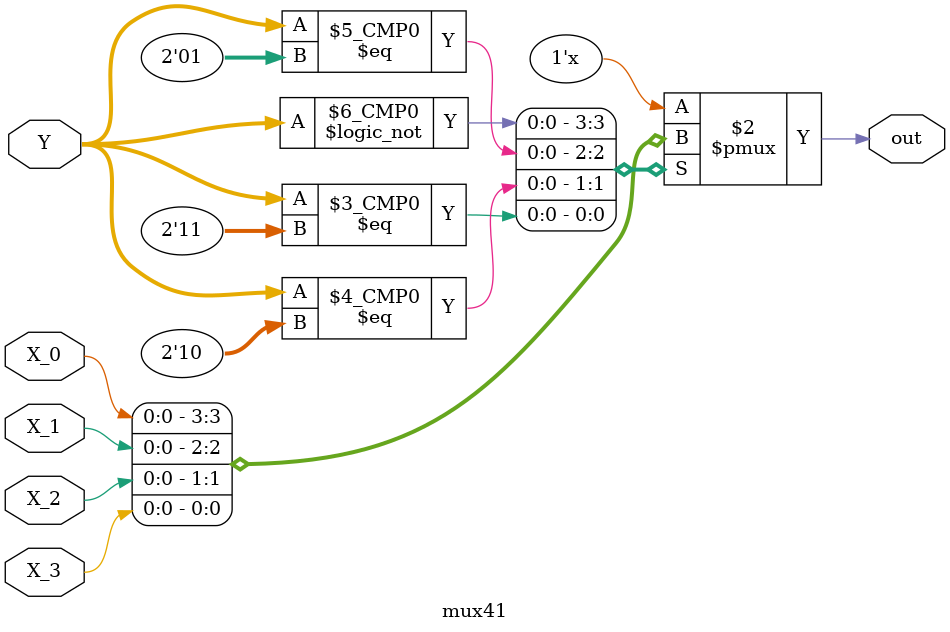
<source format=v>
module mux41(
	input [1:0] Y,
	input X_0, X_1, X_2, X_3,
	output reg out
);
	always@(*)begin
		case(Y)
			2'b00: out = X_0;			
			2'b01: out = X_1;			
			2'b10: out = X_2;			
			2'b11: out = X_3;			
		endcase
	end

endmodule















</source>
